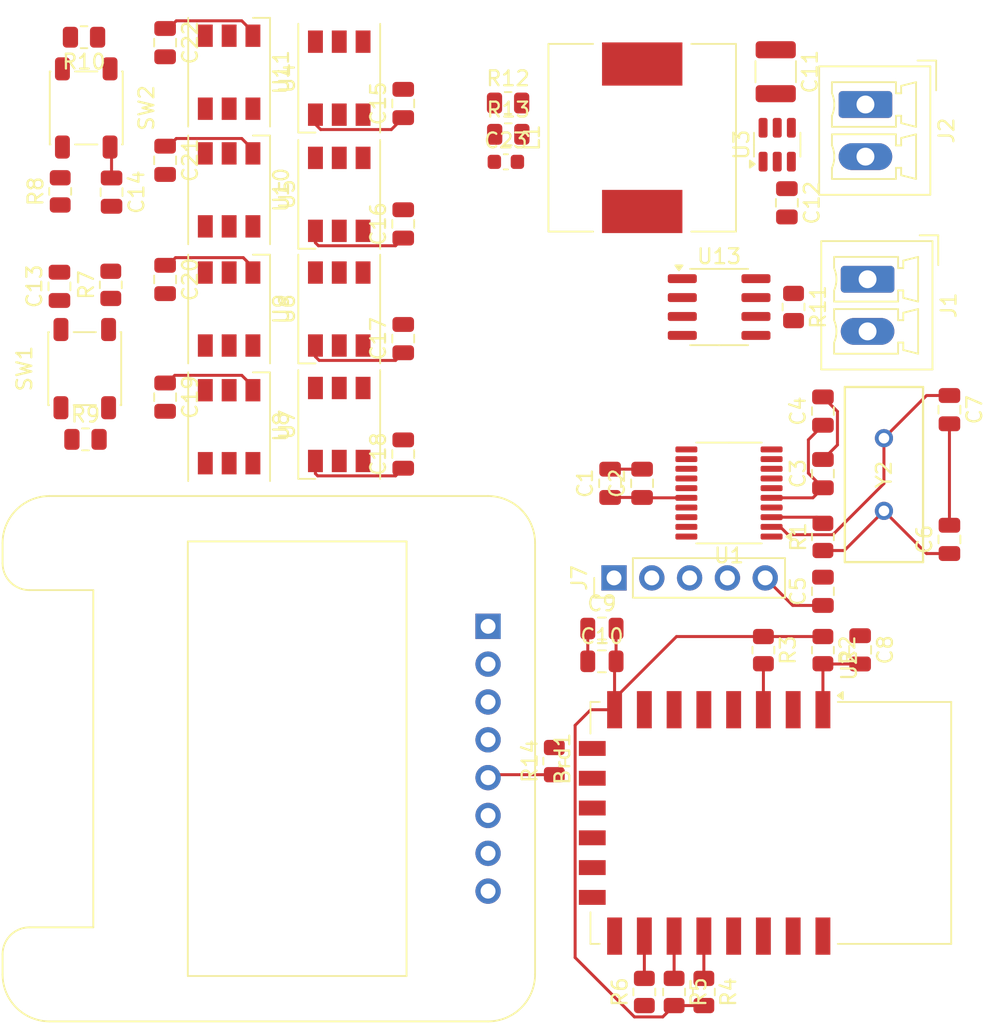
<source format=kicad_pcb>
(kicad_pcb (version 20240108) (generator "pcbnew") (generator_version "8.0")
  (layers (0 "F.Cu" signal) (31 "B.Cu" signal) (34 "B.Paste" user) (35 "F.Paste" user) (36 "B.SilkS" user "B.Silkscreen") (37 "F.SilkS" user "F.Silkscreen") (38 "B.Mask" user) (39 "F.Mask" user) (44 "Edge.Cuts" user))
  (net 0 "")
  (net 1 "VDD")
  (net 2 "/GPIO_OLED")
  (net 3 "Net-(Brd1-RES)")
  (net 4 "/SPI1_MOSI")
  (net 5 "/SPI1_NSS")
  (net 6 "/SPI1_SCK")
  (net 7 "-12V")
  (net 8 "VDDA")
  (net 9 "/NRST")
  (net 10 "Net-(C6-Pad1)")
  (net 11 "Net-(U1-PF0)")
  (net 12 "Net-(U2-~{RST})")
  (net 13 "+12V")
  (net 14 "Net-(U3-SW)")
  (net 15 "Net-(U3-BOOT)")
  (net 16 "/GPIO_Button2")
  (net 17 "/GPIO_Button1")
  (net 18 "Net-(U4-NC)")
  (net 19 "Net-(U5-NC)")
  (net 20 "Net-(U6-NC)")
  (net 21 "Net-(U7-NC)")
  (net 22 "Net-(U8-NC)")
  (net 23 "Net-(U9-NC)")
  (net 24 "Net-(U10-NC)")
  (net 25 "Net-(U11-NC)")
  (net 26 "/CAN_L")
  (net 27 "/CAN_H")
  (net 28 "/GPIO_LED_RELAY1")
  (net 29 "/SWCLK")
  (net 30 "/SWDIO")
  (net 31 "Net-(U1-PF1)")
  (net 32 "Net-(U2-EN)")
  (net 33 "Net-(U2-GPIO0)")
  (net 34 "Net-(U2-GPIO2)")
  (net 35 "Net-(U2-GPIO15)")
  (net 36 "Net-(R7-Pad1)")
  (net 37 "Net-(R10-Pad2)")
  (net 38 "Net-(U3-FB)")
  (net 39 "/USART2_RX")
  (net 40 "/USART2_TX")
  (net 41 "/USART1_RX")
  (net 43 "/USART1_TX")
  (net 59 "Net-(U4-DO)")
  (net 61 "Net-(U5-DO)")
  (net 62 "Net-(U6-DO)")
  (net 65 "Net-(U7-DO)")
  (net 67 "Net-(U8-DO)")
  (net 69 "Net-(U10-DI)")
  (net 70 "Net-(U10-DO)")
  (footprint "Capacitor_SMD:C_0805_2012Metric" (layer "F.Cu") (at 177.5 75.2548 -90)
    (property "Reference" "C7" (at 0 -1.68 90) (layer "F.SilkS"))
    (property "Value" "20pF")
    (pad "1" smd roundrect (at -0.95 0 270) (size 1 1.45) (layers "F.Cu" "F.Paste" "F.Mask") (net 11 "Net-(U1-PF0)"))
    (pad "2" smd roundrect (at 0.95 0 270) (size 1 1.45) (layers "F.Cu" "F.Paste" "F.Mask") (net 7 "-12V"))
  )
  (footprint "Resistor_SMD:R_0805_2012Metric" (layer "F.Cu") (at 169 91.4 -90)
    (property "Reference" "R2" (at 0 -1.65 90) (layer "F.SilkS"))
    (property "Value" "10k")
    (pad "1" smd roundrect (at -0.9125 0 270) (size 1.025 1.4) (layers "F.Cu" "F.Paste" "F.Mask") (roundrect_rratio 0.243902) (net 1 "VDD"))
    (pad "2" smd roundrect (at 0.9125 0 270) (size 1.025 1.4) (layers "F.Cu" "F.Paste" "F.Mask") (roundrect_rratio 0.243902) (net 12 "Net-(U2-~{RST})"))
  )
  (footprint "Capacitor_SMD:C_0805_2012Metric" (layer "F.Cu") (at 124.8 50.615 -90)
    (property "Reference" "C22" (at 0 -1.68 90) (layer "F.SilkS"))
    (property "Value" "1uF")
    (pad "1" smd roundrect (at -0.95 0 270) (size 1 1.45) (layers "F.Cu" "F.Paste" "F.Mask") (net 25 "Net-(U11-NC)"))
    (pad "2" smd roundrect (at 0.95 0 270) (size 1 1.45) (layers "F.Cu" "F.Paste" "F.Mask") (net 7 "-12V"))
  )
  (footprint "Capacitor_SMD:C_0805_2012Metric" (layer "F.Cu") (at 154.15 92.15)
    (property "Reference" "C10" (at 0 -1.68 0) (layer "F.SilkS"))
    (property "Value" "1uF")
    (pad "1" smd roundrect (at -0.95 0) (size 1 1.45) (layers "F.Cu" "F.Paste" "F.Mask") (net 7 "-12V"))
    (pad "2" smd roundrect (at 0.95 0) (size 1 1.45) (layers "F.Cu" "F.Paste" "F.Mask") (net 1 "VDD"))
  )
  (footprint "LED_SMD:LED_WS2812_PLCC6_5.0x5.0mm_P1.6mm" (layer "F.Cu") (at 129.1 52.6 -90)
    (property "Reference" "U11" (at 0 -3.5 90) (layer "F.SilkS"))
    (property "Value" "WS2815")
    (pad "1" smd rect (at -2.45 -1.6 270) (size 1.5 1) (layers "F.Cu" "F.Paste" "F.Mask") (net 25 "Net-(U11-NC)"))
    (pad "2" smd rect (at -2.45 0 270) (size 1.5 1) (layers "F.Cu" "F.Paste" "F.Mask") (net 13 "+12V"))
    (pad "3" smd rect (at -2.45 1.6 270) (size 1.5 1) (layers "F.Cu" "F.Paste" "F.Mask"))
    (pad "4" smd rect (at 2.45 1.6 270) (size 1.5 1) (layers "F.Cu" "F.Paste" "F.Mask") (net 70 "Net-(U10-DO)"))
    (pad "5" smd rect (at 2.45 0 270) (size 1.5 1) (layers "F.Cu" "F.Paste" "F.Mask") (net 7 "-12V"))
    (pad "6" smd rect (at 2.45 -1.6 270) (size 1.5 1) (layers "F.Cu" "F.Paste" "F.Mask"))
  )
  (footprint "Connector_Phoenix_MC:PhoenixContact_MCV_1,5_2-G-3.5_1x02_P3.50mm_Vertical" (layer "F.Cu") (at 172 66.5 -90)
    (property "Reference" "J1" (at 1.75 -5.45 90) (layer "F.SilkS"))
    (property "Value" "CAN")
    (pad "1" thru_hole roundrect (at 0 0 270) (size 1.8 3.6) (drill 1.2) (layers "*.Cu" "*.Mask") (roundrect_rratio 0.138889) (net 26 "/CAN_L"))
    (pad "2" thru_hole oval (at 3.5 0 270) (size 1.8 3.6) (drill 1.2) (layers "*.Cu" "*.Mask") (net 27 "/CAN_H"))
  )
  (footprint "Resistor_SMD:R_0805_2012Metric" (layer "F.Cu") (at 121.15 66.875 90)
    (property "Reference" "R7" (at 0 -1.65 90) (layer "F.SilkS"))
    (property "Value" "1K")
    (pad "1" smd roundrect (at -0.9125 0 90) (size 1.025 1.4) (layers "F.Cu" "F.Paste" "F.Mask") (roundrect_rratio 0.243902) (net 36 "Net-(R7-Pad1)"))
    (pad "2" smd roundrect (at 0.9125 0 90) (size 1.025 1.4) (layers "F.Cu" "F.Paste" "F.Mask") (roundrect_rratio 0.243902) (net 16 "/GPIO_Button2"))
  )
  (footprint "Resistor_SMD:R_0805_2012Metric" (layer "F.Cu") (at 157 114.35 90)
    (property "Reference" "R6" (at 0 -1.65 90) (layer "F.SilkS"))
    (property "Value" "10k")
    (pad "1" smd roundrect (at -0.9125 0 90) (size 1.025 1.4) (layers "F.Cu" "F.Paste" "F.Mask") (roundrect_rratio 0.243902) (net 7 "-12V"))
    (pad "2" smd roundrect (at 0.9125 0 90) (size 1.025 1.4) (layers "F.Cu" "F.Paste" "F.Mask") (roundrect_rratio 0.243902) (net 35 "Net-(U2-GPIO15)"))
  )
  (footprint "Button_Switch_SMD:SW_SPST_PTS647_Sx38" (layer "F.Cu") (at 119.5 55 -90)
    (property "Reference" "SW2" (at 0 -4.05 90) (layer "F.SilkS"))
    (property "Value" "Button1")
    (pad "1" smd roundrect (at -2.625 -1.6 270) (size 1.55 1) (layers "F.Cu" "F.Paste" "F.Mask") (net 1 "VDD"))
    (pad "1" smd roundrect (at 2.625 -1.6 270) (size 1.55 1) (layers "F.Cu" "F.Paste" "F.Mask") (net 1 "VDD"))
    (pad "2" smd roundrect (at -2.625 1.6 270) (size 1.55 1) (layers "F.Cu" "F.Paste" "F.Mask") (net 37 "Net-(R10-Pad2)"))
    (pad "2" smd roundrect (at 2.625 1.6 270) (size 1.55 1) (layers "F.Cu" "F.Paste" "F.Mask") (net 37 "Net-(R10-Pad2)"))
  )
  (footprint "Resistor_SMD:R_0805_2012Metric" (layer "F.Cu") (at 167.025 68.365 -90)
    (property "Reference" "R11" (at 0 -1.65 90) (layer "F.SilkS"))
    (property "Value" "120")
    (pad "1" smd roundrect (at -0.9125 0 270) (size 1.025 1.4) (layers "F.Cu" "F.Paste" "F.Mask") (roundrect_rratio 0.243902) (net 27 "/CAN_H"))
    (pad "2" smd roundrect (at 0.9125 0 270) (size 1.025 1.4) (layers "F.Cu" "F.Paste" "F.Mask") (roundrect_rratio 0.243902) (net 26 "/CAN_L"))
  )
  (footprint "Capacitor_SMD:C_0805_2012Metric" (layer "F.Cu") (at 124.8 58.515 -90)
    (property "Reference" "C21" (at 0 -1.68 90) (layer "F.SilkS"))
    (property "Value" "1uF")
    (pad "1" smd roundrect (at -0.95 0 270) (size 1 1.45) (layers "F.Cu" "F.Paste" "F.Mask") (net 24 "Net-(U10-NC)"))
    (pad "2" smd roundrect (at 0.95 0 270) (size 1 1.45) (layers "F.Cu" "F.Paste" "F.Mask") (net 7 "-12V"))
  )
  (footprint "LED_SMD:LED_WS2812_PLCC6_5.0x5.0mm_P1.6mm" (layer "F.Cu") (at 136.5 68.5 90)
    (property "Reference" "U6" (at 0 -3.5 90) (layer "F.SilkS"))
    (property "Value" "WS2815")
    (pad "1" smd rect (at -2.45 -1.6 90) (size 1.5 1) (layers "F.Cu" "F.Paste" "F.Mask") (net 20 "Net-(U6-NC)"))
    (pad "2" smd rect (at -2.45 0 90) (size 1.5 1) (layers "F.Cu" "F.Paste" "F.Mask") (net 13 "+12V"))
    (pad "3" smd rect (at -2.45 1.6 90) (size 1.5 1) (layers "F.Cu" "F.Paste" "F.Mask") (net 62 "Net-(U6-DO)"))
    (pad "4" smd rect (at 2.45 1.6 90) (size 1.5 1) (layers "F.Cu" "F.Paste" "F.Mask") (net 61 "Net-(U5-DO)"))
    (pad "5" smd rect (at 2.45 0 90) (size 1.5 1) (layers "F.Cu" "F.Paste" "F.Mask") (net 7 "-12V"))
    (pad "6" smd rect (at 2.45 -1.6 90) (size 1.5 1) (layers "F.Cu" "F.Paste" "F.Mask"))
  )
  (footprint "Package_SO:TSSOP-20_4.4x6.5mm_P0.65mm" (layer "F.Cu") (at 162.6875 80.85 180)
    (property "Reference" "U1" (at 0 -4.2 0) (layer "F.SilkS"))
    (property "Value" "STM32F042F4Px")
    (pad "1" smd roundrect (at -2.8625 -2.925 180) (size 1.475 0.4) (layers "F.Cu" "F.Paste" "F.Mask") (net 28 "/GPIO_LED_RELAY1"))
    (pad "2" smd roundrect (at -2.8625 -2.275 180) (size 1.475 0.4) (layers "F.Cu" "F.Paste" "F.Mask") (net 11 "Net-(U1-PF0)"))
    (pad "3" smd roundrect (at -2.8625 -1.625 180) (size 1.475 0.4) (layers "F.Cu" "F.Paste" "F.Mask") (net 31 "Net-(U1-PF1)"))
    (pad "4" smd roundrect (at -2.8625 -0.975 180) (size 1.475 0.4) (layers "F.Cu" "F.Paste" "F.Mask") (net 9 "/NRST"))
    (pad "5" smd roundrect (at -2.8625 -0.325 180) (size 1.475 0.4) (layers "F.Cu" "F.Paste" "F.Mask") (net 8 "VDDA"))
    (pad "6" smd roundrect (at -2.8625 0.325 180) (size 1.475 0.4) (layers "F.Cu" "F.Paste" "F.Mask"))
    (pad "7" smd roundrect (at -2.8625 0.975 180) (size 1.475 0.4) (layers "F.Cu" "F.Paste" "F.Mask") (net 17 "/GPIO_Button1"))
    (pad "8" smd roundrect (at -2.8625 1.625 180) (size 1.475 0.4) (layers "F.Cu" "F.Paste" "F.Mask") (net 40 "/USART2_TX"))
    (pad "9" smd roundrect (at -2.8625 2.275 180) (size 1.475 0.4) (layers "F.Cu" "F.Paste" "F.Mask") (net 39 "/USART2_RX"))
    (pad "10" smd roundrect (at -2.8625 2.925 180) (size 1.475 0.4) (layers "F.Cu" "F.Paste" "F.Mask") (net 5 "/SPI1_NSS"))
    (pad "11" smd roundrect (at 2.8625 2.925 180) (size 1.475 0.4) (layers "F.Cu" "F.Paste" "F.Mask") (net 6 "/SPI1_SCK"))
    (pad "12" smd roundrect (at 2.8625 2.275 180) (size 1.475 0.4) (layers "F.Cu" "F.Paste" "F.Mask") (net 2 "/GPIO_OLED"))
    (pad "13" smd roundrect (at 2.8625 1.625 180) (size 1.475 0.4) (layers "F.Cu" "F.Paste" "F.Mask") (net 4 "/SPI1_MOSI"))
    (pad "14" smd roundrect (at 2.8625 0.975 180) (size 1.475 0.4) (layers "F.Cu" "F.Paste" "F.Mask") (net 16 "/GPIO_Button2"))
    (pad "15" smd roundrect (at 2.8625 0.325 180) (size 1.475 0.4) (layers "F.Cu" "F.Paste" "F.Mask") (net 7 "-12V"))
    (pad "16" smd roundrect (at 2.8625 -0.325 180) (size 1.475 0.4) (layers "F.Cu" "F.Paste" "F.Mask") (net 1 "VDD"))
    (pad "17" smd roundrect (at 2.8625 -0.975 180) (size 1.475 0.4) (layers "F.Cu" "F.Paste" "F.Mask") (net 43 "/USART1_TX"))
    (pad "18" smd roundrect (at 2.8625 -1.625 180) (size 1.475 0.4) (layers "F.Cu" "F.Paste" "F.Mask") (net 41 "/USART1_RX"))
    (pad "19" smd roundrect (at 2.8625 -2.275 180) (size 1.475 0.4) (layers "F.Cu" "F.Paste" "F.Mask") (net 30 "/SWDIO"))
    (pad "20" smd roundrect (at 2.8625 -2.925 180) (size 1.475 0.4) (layers "F.Cu" "F.Paste" "F.Mask") (net 29 "/SWCLK"))
  )
  (footprint "Capacitor_SMD:C_0805_2012Metric" (layer "F.Cu") (at 140.8 78.235 90)
    (property "Reference" "C18" (at 0 -1.68 90) (layer "F.SilkS"))
    (property "Value" "1uF")
    (pad "1" smd roundrect (at -0.95 0 90) (size 1 1.45) (layers "F.Cu" "F.Paste" "F.Mask") (net 21 "Net-(U7-NC)"))
    (pad "2" smd roundrect (at 0.95 0 90) (size 1 1.45) (layers "F.Cu" "F.Paste" "F.Mask") (net 7 "-12V"))
  )
  (footprint "Capacitor_SMD:C_0805_2012Metric" (layer "F.Cu") (at 154.15 89.95)
    (property "Reference" "C9" (at 0 -1.68 0) (layer "F.SilkS"))
    (property "Value" "4.7uF")
    (pad "1" smd roundrect (at -0.95 0) (size 1 1.45) (layers "F.Cu" "F.Paste" "F.Mask") (net 7 "-12V"))
    (pad "2" smd roundrect (at 0.95 0) (size 1 1.45) (layers "F.Cu" "F.Paste" "F.Mask") (net 1 "VDD"))
  )
  (footprint "Capacitor_SMD:C_0805_2012Metric" (layer "F.Cu") (at 117.7 66.975 90)
    (property "Reference" "C13" (at 0 -1.68 90) (layer "F.SilkS"))
    (property "Value" "10nF")
    (pad "1" smd roundrect (at -0.95 0 90) (size 1 1.45) (layers "F.Cu" "F.Paste" "F.Mask") (net 1 "VDD"))
    (pad "2" smd roundrect (at 0.95 0 90) (size 1 1.45) (layers "F.Cu" "F.Paste" "F.Mask") (net 16 "/GPIO_Button2"))
  )
  (footprint "Resistor_SMD:R_0805_2012Metric" (layer "F.Cu") (at 119.45 77.25)
    (property "Reference" "R9" (at 0 -1.65 0) (layer "F.SilkS"))
    (property "Value" "10k")
    (pad "1" smd roundrect (at -0.9125 0) (size 1.025 1.4) (layers "F.Cu" "F.Paste" "F.Mask") (roundrect_rratio 0.243902) (net 7 "-12V"))
    (pad "2" smd roundrect (at 0.9125 0) (size 1.025 1.4) (layers "F.Cu" "F.Paste" "F.Mask") (roundrect_rratio 0.243902) (net 36 "Net-(R7-Pad1)"))
  )
  (footprint "Connector_Phoenix_MC:PhoenixContact_MCV_1,5_2-G-3.5_1x02_P3.50mm_Vertical" (layer "F.Cu") (at 171.8575 54.7675 -90)
    (property "Reference" "J2" (at 1.75 -5.45 90) (layer "F.SilkS"))
    (property "Value" "VIN")
    (pad "1" thru_hole roundrect (at 0 0 270) (size 1.8 3.6) (drill 1.2) (layers "*.Cu" "*.Mask") (roundrect_rratio 0.138889) (net 7 "-12V"))
    (pad "2" thru_hole oval (at 3.5 0 270) (size 1.8 3.6) (drill 1.2) (layers "*.Cu" "*.Mask") (net 13 "+12V"))
  )
  (footprint "Inductor_SMD:L_12x12mm_H8mm" (layer "F.Cu") (at 156.8575 57 90)
    (property "Reference" "L1" (at 0 -7.4 90) (layer "F.SilkS"))
    (property "Value" "22uH")
    (pad "1" smd rect (at -4.95 0 90) (size 2.9 5.4) (layers "F.Cu" "F.Paste" "F.Mask") (net 14 "Net-(U3-SW)"))
    (pad "2" smd rect (at 4.95 0 90) (size 2.9 5.4) (layers "F.Cu" "F.Paste" "F.Mask") (net 1 "VDD"))
  )
  (footprint "Capacitor_SMD:C_0805_2012Metric" (layer "F.Cu") (at 124.8 74.415 -90)
    (property "Reference" "C19" (at 0 -1.68 90) (layer "F.SilkS"))
    (property "Value" "1uF")
    (pad "1" smd roundrect (at -0.95 0 270) (size 1 1.45) (layers "F.Cu" "F.Paste" "F.Mask") (net 22 "Net-(U8-NC)"))
    (pad "2" smd roundrect (at 0.95 0 270) (size 1 1.45) (layers "F.Cu" "F.Paste" "F.Mask") (net 7 "-12V"))
  )
  (footprint "Resistor_SMD:R_0805_2012Metric" (layer "F.Cu") (at 161 114.35 -90)
    (property "Reference" "R4" (at 0 -1.65 90) (layer "F.SilkS"))
    (property "Value" "10k")
    (pad "1" smd roundrect (at -0.9125 0 270) (size 1.025 1.4) (layers "F.Cu" "F.Paste" "F.Mask") (roundrect_rratio 0.243902) (net 33 "Net-(U2-GPIO0)"))
    (pad "2" smd roundrect (at 0.9125 0 270) (size 1.025 1.4) (layers "F.Cu" "F.Paste" "F.Mask") (roundrect_rratio 0.243902) (net 1 "VDD"))
  )
  (footprint "Resistor_SMD:R_0805_2012Metric" (layer "F.Cu") (at 159 114.35 -90)
    (property "Reference" "R5" (at 0 -1.65 90) (layer "F.SilkS"))
    (property "Value" "10k")
    (pad "1" smd roundrect (at -0.9125 0 270) (size 1.025 1.4) (layers "F.Cu" "F.Paste" "F.Mask") (roundrect_rratio 0.243902) (net 34 "Net-(U2-GPIO2)"))
    (pad "2" smd roundrect (at 0.9125 0 270) (size 1.025 1.4) (layers "F.Cu" "F.Paste" "F.Mask") (roundrect_rratio 0.243902) (net 1 "VDD"))
  )
  (footprint "Resistor_SMD:R_0805_2012Metric" (layer "F.Cu") (at 150.95 98.85 90)
    (property "Reference" "R14" (at 0 -1.65 90) (layer "F.SilkS"))
    (property "Value" "10k")
    (pad "1" smd roundrect (at -0.9125 0 90) (size 1.025 1.4) (layers "F.Cu" "F.Paste" "F.Mask") (roundrect_rratio 0.243902) (net 3 "Net-(Brd1-RES)"))
    (pad "2" smd roundrect (at 0.9125 0 90) (size 1.025 1.4) (layers "F.Cu" "F.Paste" "F.Mask") (roundrect_rratio 0.243902) (net 1 "VDD"))
  )
  (footprint "Capacitor_SMD:C_0805_2012Metric" (layer "F.Cu") (at 166.5775 61.3675 -90)
    (property "Reference" "C12" (at 0 -1.68 90) (layer "F.SilkS"))
    (property "Value" "100nF")
    (pad "1" smd roundrect (at -0.95 0 270) (size 1 1.45) (layers "F.Cu" "F.Paste" "F.Mask") (net 15 "Net-(U3-BOOT)"))
    (pad "2" smd roundrect (at 0.95 0 270) (size 1 1.45) (layers "F.Cu" "F.Paste" "F.Mask") (net 14 "Net-(U3-SW)"))
  )
  (footprint "footprint_oscylator:ABL-8.000MHZ-B2_ABR" (layer "F.Cu") (at 173.1 82.05 90)
    (property "Reference" "Y2" (at 2.44 0 90) (layer "F.SilkS"))
    (property "Value" "ABL-8MHZ-B2")
    (pad "1" thru_hole circle (at 0 0 90) (size 1.2192 1.2192) (drill 0.7112) (layers "*.Cu" "*.Mask") (net 10 "Net-(C6-Pad1)"))
    (pad "2" thru_hole circle (at 4.880001 0 90) (size 1.2192 1.2192) (drill 0.7112) (layers "*.Cu" "*.Mask") (net 11 "Net-(U1-PF0)"))
  )
  (footprint "Capacitor_SMD:C_0805_2012Metric" (layer "F.Cu") (at 156.85 80.2 90)
    (property "Reference" "C2" (at 0 -1.68 90) (layer "F.SilkS"))
    (property "Value" "100nF")
    (pad "1" smd roundrect (at -0.95 0 90) (size 1 1.45) (layers "F.Cu" "F.Paste" "F.Mask") (net 1 "VDD"))
    (pad "2" smd roundrect (at 0.95 0 90) (size 1 1.45) (layers "F.Cu" "F.Paste" "F.Mask") (net 7 "-12V"))
  )
  (footprint "Capacitor_SMD:C_0805_2012Metric" (layer "F.Cu") (at 154.7 80.2 90)
    (property "Reference" "C1" (at 0 -1.68 90) (layer "F.SilkS"))
    (property "Value" "4.7uF")
    (pad "1" smd roundrect (at -0.95 0 90) (size 1 1.45) (layers "F.Cu" "F.Paste" "F.Mask") (net 1 "VDD"))
    (pad "2" smd roundrect (at 0.95 0 90) (size 1 1.45) (layers "F.Cu" "F.Paste" "F.Mask") (net 7 "-12V"))
  )
  (footprint "Display:Adafruit_SSD1306" (layer "F.Cu") (at 146.5 89.8 -90)
    (property "Reference" "Brd1" (at 8.89 -5 90) (layer "F.SilkS"))
    (property "Value" "SSD1306")
    (pad "" np_thru_hole circle (at -5.588 0 270) (size 2.7 2.7) (drill 2.7) (layers "*.Cu" "*.Mask"))
    (pad "" np_thru_hole circle (at -5.588 29.464 270) (size 2.7 2.7) (drill 2.7) (layers "*.Cu" "*.Mask"))
    (pad "" np_thru_hole circle (at 23.368 0 270) (size 2.7 2.7) (drill 2.7) (layers "*.Cu" "*.Mask"))
    (pad "" np_thru_hole circle (at 23.368 29.464 270) (size 2.7 2.7) (drill 2.7) (layers "*.Cu" "*.Mask"))
    (pad "1" thru_hole rect (at 0 0 270) (size 1.7 1.7) (drill 1) (layers "*.Cu" "*.Mask") (net 7 "-12V"))
    (pad "2" thru_hole circle (at 2.54 0 270) (size 1.7 1.7) (drill 1) (layers "*.Cu" "*.Mask") (net 1 "VDD"))
    (pad "3" thru_hole circle (at 5.08 0 270) (size 1.7 1.7) (drill 1) (layers "*.Cu" "*.Mask") (net 6 "/SPI1_SCK"))
    (pad "4" thru_hole circle (at 7.62 0 270) (size 1.7 1.7) (drill 1) (layers "*.Cu" "*.Mask") (net 4 "/SPI1_MOSI"))
    (pad "5" thru_hole circle (at 10.16 0 270) (size 1.7 1.7) (drill 1) (layers "*.Cu" "*.Mask") (net 3 "Net-(Brd1-RES)"))
    (pad "6" thru_hole circle (at 12.7 0 270) (size 1.7 1.7) (drill 1) (layers "*.Cu" "*.Mask") (net 2 "/GPIO_OLED"))
    (pad "7" thru_hole circle (at 15.24 0 270) (size 1.7 1.7) (drill 1) (layers "*.Cu" "*.Mask") (net 5 "/SPI1_NSS"))
    (pad "8" thru_hole circle (at 17.78 0 270) (size 1.7 1.7) (drill 1) (layers "*.Cu" "*.Mask"))
  )
  (footprint "Capacitor_SMD:C_1210_3225Metric" (layer "F.Cu") (at 165.8275 52.5675 -90)
    (property "Reference" "C11" (at 0 -2.3 90) (layer "F.SilkS"))
    (property "Value" "10uF")
    (pad "1" smd roundrect (at -1.475 0 270) (size 1.15 2.7) (layers "F.Cu" "F.Paste" "F.Mask") (roundrect_rratio 0.217391) (net 13 "+12V"))
    (pad "2" smd roundrect (at 1.475 0 270) (size 1.15 2.7) (layers "F.Cu" "F.Paste" "F.Mask") (roundrect_rratio 0.217391) (net 7 "-12V"))
  )
  (footprint "RF_Module:ESP-12E" (layer "F.Cu") (at 165.5 103 -90)
    (property "Reference" "U2" (at -10.56 -5.26 90) (layer "F.SilkS"))
    (property "Value" "ESP-12E")
    (pad "1" smd rect (at -7.6 -3.5 270) (size 2.5 1) (layers "F.Cu" "F.Paste" "F.Mask") (net 12 "Net-(U2-~{RST})"))
    (pad "2" smd rect (at -7.6 -1.5 270) (size 2.5 1) (layers "F.Cu" "F.Paste" "F.Mask"))
    (pad "3" smd rect (at -7.6 0.5 270) (size 2.5 1) (layers "F.Cu" "F.Paste" "F.Mask") (net 32 "Net-(U2-EN)"))
    (pad "4" smd rect (at -7.6 2.5 270) (size 2.5 1) (layers "F.Cu" "F.Paste" "F.Mask"))
    (pad "5" smd rect (at -7.6 4.5 270) (size 2.5 1) (layers "F.Cu" "F.Paste" "F.Mask"))
    (pad "6" smd rect (at -7.6 6.5 270) (size 2.5 1) (layers "F.Cu" "F.Paste" "F.Mask"))
    (pad "7" smd rect (at -7.6 8.5 270) (size 2.5 1) (layers "F.Cu" "F.Paste" "F.Mask"))
    (pad "8" smd rect (at -7.6 10.5 270) (size 2.5 1) (layers "F.Cu" "F.Paste" "F.Mask") (net 1 "VDD"))
    (pad "9" smd rect (at -5 12 270) (size 1 1.8) (layers "F.Cu" "F.Paste" "F.Mask"))
    (pad "10" smd rect (at -3 12 270) (size 1 1.8) (layers "F.Cu" "F.Paste" "F.Mask"))
    (pad "11" smd rect (at -1 12 270) (size 1 1.8) (layers "F.Cu" "F.Paste" "F.Mask"))
    (pad "12" smd rect (at 1 12 270) (size 1 1.8) (layers "F.Cu" "F.Paste" "F.Mask"))
    (pad "13" smd rect (at 3 12 270) (size 1 1.8) (layers "F.Cu" "F.Paste" "F.Mask"))
    (pad "14" smd rect (at 5 12 270) (size 1 1.8) (layers "F.Cu" "F.Paste" "F.Mask"))
    (pad "15" smd rect (at 7.6 10.5 270) (size 2.5 1) (layers "F.Cu" "F.Paste" "F.Mask") (net 7 "-12V"))
    (pad "16" smd rect (at 7.6 8.5 270) (size 2.5 1) (layers "F.Cu" "F.Paste" "F.Mask") (net 35 "Net-(U2-GPIO15)"))
    (pad "17" smd rect (at 7.6 6.5 270) (size 2.5 1) (layers "F.Cu" "F.Paste" "F.Mask") (net 34 "Net-(U2-GPIO2)"))
    (pad "18" smd rect (at 7.6 4.5 270) (size 2.5 1) (layers "F.Cu" "F.Paste" "F.Mask") (net 33 "Net-(U2-GPIO0)"))
    (pad "19" smd rect (at 7.6 2.5 270) (size 2.5 1) (layers "F.Cu" "F.Paste" "F.Mask"))
    (pad "20" smd rect (at 7.6 0.5 270) (size 2.5 1) (layers "F.Cu" "F.Paste" "F.Mask"))
    (pad "21" smd rect (at 7.6 -1.5 270) (size 2.5 1) (layers "F.Cu" "F.Paste" "F.Mask") (net 43 "/USART1_TX"))
    (pad "22" smd rect (at 7.6 -3.5 270) (size 2.5 1) (layers "F.Cu" "F.Paste" "F.Mask") (net 41 "/USART1_RX"))
  )
  (footprint "Capacitor_SMD:C_0805_2012Metric" (layer "F.Cu") (at 140.8 62.785 90)
    (property "Reference" "C16" (at 0 -1.68 90) (layer "F.SilkS"))
    (property "Value" "1uF")
    (pad "1" smd roundrect (at -0.95 0 90) (size 1 1.45) (layers "F.Cu" "F.Paste" "F.Mask") (net 19 "Net-(U5-NC)"))
    (pad "2" smd roundrect (at 0.95 0 90) (size 1 1.45) (layers "F.Cu" "F.Paste" "F.Mask") (net 7 "-12V"))
  )
  (footprint "LED_SMD:LED_WS2812_PLCC6_5.0x5.0mm_P1.6mm" (layer "F.Cu") (at 129.1 76.4 -90)
    (property "Reference" "U8" (at 0 -3.5 90) (layer "F.SilkS"))
    (property "Value" "WS2815")
    (pad "1" smd rect (at -2.45 -1.6 270) (size 1.5 1) (layers "F.Cu" "F.Paste" "F.Mask") (net 22 "Net-(U8-NC)"))
    (pad "2" smd rect (at -2.45 0 270) (size 1.5 1) (layers "F.Cu" "F.Paste" "F.Mask") (net 13 "+12V"))
    (pad "3" smd rect (at -2.45 1.6 270) (size 1.5 1) (layers "F.Cu" "F.Paste" "F.Mask") (net 67 "Net-(U8-DO)"))
    (pad "4" smd rect (at 2.45 1.6 270) (size 1.5 1) (layers "F.Cu" "F.Paste" "F.Mask") (net 65 "Net-(U7-DO)"))
    (pad "5" smd rect (at 2.45 0 270) (size 1.5 1) (layers "F.Cu" "F.Paste" "F.Mask") (net 7 "-12V"))
    (pad "6" smd rect (at 2.45 -1.6 270) (size 1.5 1) (layers "F.Cu" "F.Paste" "F.Mask"))
  )
  (footprint "Resistor_SMD:R_0805_2012Metric" (layer "F.Cu") (at 119.35 50.25 180)
    (property "Reference" "R10" (at 0 -1.65 360) (layer "F.SilkS"))
    (property "Value" "10k")
    (pad "1" smd roundrect (at -0.9125 0 180) (size 1.025 1.4) (layers "F.Cu" "F.Paste" "F.Mask") (roundrect_rratio 0.243902) (net 7 "-12V"))
    (pad "2" smd roundrect (at 0.9125 0 180) (size 1.025 1.4) (layers "F.Cu" "F.Paste" "F.Mask") (roundrect_rratio 0.243902) (net 37 "Net-(R10-Pad2)"))
  )
  (footprint "LED_SMD:LED_WS2812_PLCC6_5.0x5.0mm_P1.6mm" (layer "F.Cu") (at 136.5 60.8 90)
    (property "Reference" "U5" (at 0 -3.5 90) (layer "F.SilkS"))
    (property "Value" "WS2815")
    (pad "1" smd rect (at -2.45 -1.6 90) (size 1.5 1) (layers "F.Cu" "F.Paste" "F.Mask") (net 19 "Net-(U5-NC)"))
    (pad "2" smd rect (at -2.45 0 90) (size 1.5 1) (layers "F.Cu" "F.Paste" "F.Mask") (net 13 "+12V"))
    (pad "3" smd rect (at -2.45 1.6 90) (size 1.5 1) (layers "F.Cu" "F.Paste" "F.Mask") (net 61 "Net-(U5-DO)"))
    (pad "4" smd rect (at 2.45 1.6 90) (size 1.5 1) (layers "F.Cu" "F.Paste" "F.Mask") (net 59 "Net-(U4-DO)"))
    (pad "5" smd rect (at 2.45 0 90) (size 1.5 1) (layers "F.Cu" "F.Paste" "F.Mask") (net 7 "-12V"))
    (pad "6" smd rect (at 2.45 -1.6 90) (size 1.5 1) (layers "F.Cu" "F.Paste" "F.Mask"))
  )
  (footprint "Capacitor_SMD:C_0805_2012Metric" (layer "F.Cu") (at 140.8 70.485 90)
    (property "Reference" "C17" (at 0 -1.68 90) (layer "F.SilkS"))
    (property "Value" "1uF")
    (pad "1" smd roundrect (at -0.95 0 90) (size 1 1.45) (layers "F.Cu" "F.Paste" "F.Mask") (net 20 "Net-(U6-NC)"))
    (pad "2" smd roundrect (at 0.95 0 90) (size 1 1.45) (layers "F.Cu" "F.Paste" "F.Mask") (net 7 "-12V"))
  )
  (footprint "Capacitor_SMD:C_0805_2012Metric" (layer "F.Cu") (at 169 87.45 90)
    (property "Reference" "C5" (at 0 -1.68 90) (layer "F.SilkS"))
    (property "Value" "100nF")
    (pad "1" smd roundrect (at -0.95 0 90) (size 1 1.45) (layers "F.Cu" "F.Paste" "F.Mask") (net 9 "/NRST"))
    (pad "2" smd roundrect (at 0.95 0 90) (size 1 1.45) (layers "F.Cu" "F.Paste" "F.Mask") (net 7 "-12V"))
  )
  (footprint "Resistor_SMD:R_0805_2012Metric" (layer "F.Cu") (at 147.845 54.6675)
    (property "Reference" "R12" (at 0 -1.65 0) (layer "F.SilkS"))
    (property "Value" "100k")
    (pad "1" smd roundrect (at -0.9125 0) (size 1.025 1.4) (layers "F.Cu" "F.Paste" "F.Mask") (roundrect_rratio 0.243902) (net 1 "VDD"))
    (pad "2" smd roundrect (at 0.9125 0) (size 1.025 1.4) (layers "F.Cu" "F.Paste" "F.Mask") (roundrect_rratio 0.243902) (net 38 "Net-(U3-FB)"))
  )
  (footprint "Connector_PinHeader_2.54mm:PinHeader_1x05_P2.54mm_Vertical" (layer "F.Cu") (at 154.9625 86.55 90)
    (property "Reference" "J7" (at 0 -2.33 90) (layer "F.SilkS"))
    (property "Value" "STM")
    (pad "1" thru_hole rect (at 0 0 90) (size 1.7 1.7) (drill 1) (layers "*.Cu" "*.Mask") (net 1 "VDD"))
    (pad "2" thru_hole oval (at 0 2.54 90) (size 1.7 1.7) (drill 1) (layers "*.Cu" "*.Mask") (net 7 "-12V"))
    (pad "3" thru_hole oval (at 0 5.08 90) (size 1.7 1.7) (drill 1) (layers "*.Cu" "*.Mask") (net 29 "/SWCLK"))
    (pad "4" thru_hole oval (at 0 7.62 90) (size 1.7 1.7) (drill 1) (layers "*.Cu" "*.Mask") (net 30 "/SWDIO"))
    (pad "5" thru_hole oval (at 0 10.16 90) (size 1.7 1.7) (drill 1) (layers "*.Cu" "*.Mask") (net 9 "/NRST"))
  )
  (footprint "LED_SMD:LED_WS2812_PLCC6_5.0x5.0mm_P1.6mm" (layer "F.Cu") (at 136.5 76.25 90)
    (property "Reference" "U7" (at 0 -3.5 90) (layer "F.SilkS"))
    (property "Value" "WS2815")
    (pad "1" smd rect (at -2.45 -1.6 90) (size 1.5 1) (layers "F.Cu" "F.Paste" "F.Mask") (net 21 "Net-(U7-NC)"))
    (pad "2" smd rect (at -2.45 0 90) (size 1.5 1) (layers "F.Cu" "F.Paste" "F.Mask") (net 13 "+12V"))
    (pad "3" smd rect (at -2.45 1.6 90) (size 1.5 1) (layers "F.Cu" "F.Paste" "F.Mask") (net 65 "Net-(U7-DO)"))
    (pad "4" smd rect (at 2.45 1.6 90) (size 1.5 1) (layers "F.Cu" "F.Paste" "F.Mask") (net 62 "Net-(U6-DO)"))
    (pad "5" smd rect (at 2.45 0 90) (size 1.5 1) (layers "F.Cu" "F.Paste" "F.Mask") (net 7 "-12V"))
    (pad "6" smd rect (at 2.45 -1.6 90) (size 1.5 1) (layers "F.Cu" "F.Paste" "F.Mask"))
  )
  (footprint "Capacitor_SMD:C_0805_2012Metric" (layer "F.Cu") (at 171.5 91.38 -90)
    (property "Reference" "C8" (at 0 -1.68 90) (layer "F.SilkS"))
    (property "Value" "100nF")
    (pad "1" smd roundrect (at -0.95 0 270) (size 1 1.45) (layers "F.Cu" "F.Paste" "F.Mask") (net 7 "-12V"))
    (pad "2" smd roundrect (at 0.95 0 270) (size 1 1.45) (layers "F.Cu" "F.Paste" "F.Mask") (net 12 "Net-(U2-~{RST})"))
  )
  (footprint "Resistor_SMD:R_0805_2012Metric" (layer "F.Cu") (at 117.75 60.6 90)
    (property "Reference" "R8" (at 0 -1.65 90) (layer "F.SilkS"))
    (property "Value" "1K")
    (pad "1" smd roundrect (at -0.9125 0 90) (size 1.025 1.4) (layers "F.Cu" "F.Paste" "F.Mask") (roundrect_rratio 0.243902) (net 17 "/GPIO_Button1"))
    (pad "2" smd roundrect (at 0.9125 0 90) (size 1.025 1.4) (layers "F.Cu" "F.Paste" "F.Mask") (roundrect_rratio 0.243902) (net 37 "Net-(R10-Pad2)"))
  )
  (footprint "Capacitor_SMD:C_0805_2012Metric" (layer "F.Cu") (at 169 79.55 90)
    (property "Reference" "C3" (at 0 -1.68 90) (layer "F.SilkS"))
    (property "Value" "10nF")
    (pad "1" smd roundrect (at -0.95 0 90) (size 1 1.45) (layers "F.Cu" "F.Paste" "F.Mask") (net 8 "VDDA"))
    (pad "2" smd roundrect (at 0.95 0 90) (size 1 1.45) (layers "F.Cu" "F.Paste" "F.Mask") (net 7 "-12V"))
  )
  (footprint "Capacitor_SMD:C_0805_2012Metric" (layer "F.Cu") (at 169 75.35 90)
    (property "Reference" "C4" (at 0 -1.68 90) (layer "F.SilkS"))
    (property "Value" "1uF")
    (pad "1" smd roundrect (at -0.95 0 90) (size 1 1.45) (layers "F.Cu" "F.Paste" "F.Mask") (net 8 "VDDA"))
    (pad "2" smd roundrect (at 0.95 0 90) (size 1 1.45) (layers "F.Cu" "F.Paste" "F.Mask") (net 7 "-12V"))
  )
  (footprint "LED_SMD:LED_WS2812_PLCC6_5.0x5.0mm_P1.6mm" (layer "F.Cu") (at 136.5 53 90)
    (property "Reference" "U4" (at 0 -3.5 90) (layer "F.SilkS"))
    (property "Value" "WS2815")
    (pad "1" smd rect (at -2.45 -1.6 90) (size 1.5 1) (layers "F.Cu" "F.Paste" "F.Mask") (net 18 "Net-(U4-NC)"))
    (pad "2" smd rect (at -2.45 0 90) (size 1.5 1) (layers "F.Cu" "F.Paste" "F.Mask") (net 13 "+12V"))
    (pad "3" smd rect (at -2.45 1.6 90) (size 1.5 1) (layers "F.Cu" "F.Paste" "F.Mask") (net 59 "Net-(U4-DO)"))
    (pad "4" smd rect (at 2.45 1.6 90) (size 1.5 1) (layers "F.Cu" "F.Paste" "F.Mask") (net 28 "/GPIO_LED_RELAY1"))
    (pad "5" smd rect (at 2.45 0 90) (size 1.5 1) (layers "F.Cu" "F.Paste" "F.Mask") (net 7 "-12V"))
    (pad "6" smd rect (at 2.45 -1.6 90) (size 1.5 1) (layers "F.Cu" "F.Paste" "F.Mask"))
  )
  (footprint "Capacitor_SMD:C_0805_2012Metric" (layer "F.Cu") (at 177.5 83.9652 90)
    (property "Reference" "C6" (at 0 -1.68 90) (layer "F.SilkS"))
    (property "Value" "20pF")
    (pad "1" smd roundrect (at -0.95 0 90) (size 1 1.45) (layers "F.Cu" "F.Paste" "F.Mask") (net 10 "Net-(C6-Pad1)"))
    (pad "2" smd roundrect (at 0.95 0 90) (size 1 1.45) (layers "F.Cu" "F.Paste" "F.Mask") (net 7 "-12V"))
  )
  (footprint "Resistor_SMD:R_0805_2012Metric" (layer "F.Cu") (at 165 91.4 -90)
    (property "Reference" "R3" (at 0 -1.65 90) (layer "F.SilkS"))
    (property "Value" "10k")
    (pad "1" smd roundrect (at -0.9125 0 270) (size 1.025 1.4) (layers "F.Cu" "F.Paste" "F.Mask") (roundrect_rratio 0.243902) (net 1 "VDD"))
    (pad "2" smd roundrect (at 0.9125 0 270) (size 1.025 1.4) (layers "F.Cu" "F.Paste" "F.Mask") (roundrect_rratio 0.243902) (net 32 "Net-(U2-EN)"))
  )
  (footprint "LED_SMD:LED_WS2812_PLCC6_5.0x5.0mm_P1.6mm" (layer "F.Cu") (at 129.1 60.5 -90)
    (property "Reference" "U10" (at 0 -3.5 90) (layer "F.SilkS"))
    (property "Value" "WS2815")
    (pad "1" smd rect (at -2.45 -1.6 270) (size 1.5 1) (layers "F.Cu" "F.Paste" "F.Mask") (net 24 "Net-(U10-NC)"))
    (pad "2" smd rect (at -2.45 0 270) (size 1.5 1) (layers "F.Cu" "F.Paste" "F.Mask") (net 13 "+12V"))
    (pad "3" smd rect (at -2.45 1.6 270) (size 1.5 1) (layers "F.Cu" "F.Paste" "F.Mask") (net 70 "Net-(U10-DO)"))
    (pad "4" smd rect (at 2.45 1.6 270) (size 1.5 1) (layers "F.Cu" "F.Paste" "F.Mask") (net 69 "Net-(U10-DI)"))
    (pad "5" smd rect (at 2.45 0 270) (size 1.5 1) (layers "F.Cu" "F.Paste" "F.Mask") (net 7 "-12V"))
    (pad "6" smd rect (at 2.45 -1.6 270) (size 1.5 1) (layers "F.Cu" "F.Paste" "F.Mask"))
  )
  (footprint "Resistor_SMD:R_0805_2012Metric" (layer "F.Cu") (at 169 83.8 90)
    (property "Reference" "R1" (at 0 -1.65 90) (layer "F.SilkS"))
    (property "Value" "390")
    (pad "1" smd roundrect (at -0.9125 0 90) (size 1.025 1.4) (layers "F.Cu" "F.Paste" "F.Mask") (roundrect_rratio 0.243902) (net 10 "Net-(C6-Pad1)"))
    (pad "2" smd roundrect (at 0.9125 0 90) (size 1.025 1.4) (layers "F.Cu" "F.Paste" "F.Mask") (roundrect_rratio 0.243902) (net 31 "Net-(U1-PF1)"))
  )
  (footprint "LED_SMD:LED_WS2812_PLCC6_5.0x5.0mm_P1.6mm" (layer "F.Cu") (at 129.1 68.5 -90)
    (property "Reference" "U9" (at 0 -3.5 90) (layer "F.SilkS"))
    (property "Value" "WS2815")
    (pad "1" smd rect (at -2.45 -1.6 270) (size 1.5 1) (layers "F.Cu" "F.Paste" "F.Mask") (net 23 "Net-(U9-NC)"))
    (pad "2" smd rect (at -2.45 0 270) (size 1.5 1) (layers "F.Cu" "F.Paste" "F.Mask") (net 13 "+12V"))
    (pad "3" smd rect (at -2.45 1.6 270) (size 1.5 1) (layers "F.Cu" "F.Paste" "F.Mask") (net 69 "Net-(U10-DI)"))
    (pad "4" smd rect (at 2.45 1.6 270) (size 1.5 1) (layers "F.Cu" "F.Paste" "F.Mask") (net 67 "Net-(U8-DO)"))
    (pad "5" smd rect (at 2.45 0 270) (size 1.5 1) (layers "F.Cu" "F.Paste" "F.Mask") (net 7 "-12V"))
    (pad "6" smd rect (at 2.45 -1.6 270) (size 1.5 1) (layers "F.Cu" "F.Paste" "F.Mask"))
  )
  (footprint "Button_Switch_SMD:SW_SPST_PTS647_Sx38" (layer "F.Cu") (at 119.4 72.5 90)
    (property "Reference" "SW1" (at 0 -4.05 90) (layer "F.SilkS"))
    (property "Value" "Button2")
    (pad "1" smd roundrect (at -2.625 -1.6 90) (size 1.55 1) (layers "F.Cu" "F.Paste" "F.Mask") (net 36 "Net-(R7-Pad1)"))
    (pad "1" smd roundrect (at 2.625 -1.6 90) (size 1.55 1) (layers "F.Cu" "F.Paste" "F.Mask") (net 36 "Net-(R7-Pad1)"))
    (pad "2" smd roundrect (at -2.625 1.6 90) (size 1.55 1) (layers "F.Cu" "F.Paste" "F.Mask") (net 1 "VDD"))
    (pad "2" smd roundrect (at 2.625 1.6 90) (size 1.55 1) (layers "F.Cu" "F.Paste" "F.Mask") (net 1 "VDD"))
  )
  (footprint "Capacitor_SMD:C_0805_2012Metric" (layer "F.Cu") (at 140.8 54.7 90)
    (property "Reference" "C15" (at 0 -1.68 90) (layer "F.SilkS"))
    (property "Value" "1uF")
    (pad "1" smd roundrect (at -0.95 0 90) (size 1 1.45) (layers "F.Cu" "F.Paste" "F.Mask") (net 18 "Net-(U4-NC)"))
    (pad "2" smd roundrect (at 0.95 0 90) (size 1 1.45) (layers "F.Cu" "F.Paste" "F.Mask") (net 7 "-12V"))
  )
  (footprint "Package_SO:SOIC-8_3.9x4.9mm_P1.27mm" (layer "F.Cu") (at 162.025 68.365)
    (property "Reference" "U13" (at 0 -3.4 0) (layer "F.SilkS"))
    (property "Value" "SN65HVD230QDRG4Q1")
    (pad "1" smd roundrect (at -2.475 -1.905) (size 1.95 0.6) (layers "F.Cu" "F.Paste" "F.Mask") (net 39 "/USART2_RX"))
    (pad "2" smd roundrect (at -2.475 -0.635) (size 1.95 0.6) (layers "F.Cu" "F.Paste" "F.Mask") (net 7 "-12V"))
    (pad "3" smd roundrect (at -2.475 0.635) (size 1.95 0.6) (layers "F.Cu" "F.Paste" "F.Mask") (net 1 "VDD"))
    (pad "4" smd roundrect (at -2.475 1.905) (size 1.95 0.6) (layers "F.Cu" "F.Paste" "F.Mask") (net 40 "/USART2_TX"))
    (pad "5" smd roundrect (at 2.475 1.905) (size 1.95 0.6) (layers "F.Cu" "F.Paste" "F.Mask") (net 7 "-12V"))
    (pad "6" smd roundrect (at 2.475 0.635) (size 1.95 0.6) (layers "F.Cu" "F.Paste" "F.Mask") (net 26 "/CAN_L"))
    (pad "7" smd roundrect (at 2.475 -0.635) (size 1.95 0.6) (layers "F.Cu" "F.Paste" "F.Mask") (net 27 "/CAN_H"))
    (pad "8" smd roundrect (at 2.475 -1.905) (size 1.95 0.6) (layers "F.Cu" "F.Paste" "F.Mask") (net 7 "-12V"))
  )
  (footprint "Resistor_SMD:R_0805_2012Metric" (layer "F.Cu") (at 147.8575 56.7675)
    (property "Reference" "R13" (at 0 -1.65 0) (layer "F.SilkS"))
    (property "Value" "38k")
    (pad "1" smd roundrect (at -0.9125 0) (size 1.025 1.4) (layers "F.Cu" "F.Paste" "F.Mask") (roundrect_rratio 0.243902) (net 38 "Net-(U3-FB)"))
    (pad "2" smd roundrect (at 0.9125 0) (size 1.025 1.4) (layers "F.Cu" "F.Paste" "F.Mask") (roundrect_rratio 0.243902) (net 7 "-12V"))
  )
  (footprint "Capacitor_SMD:C_0603_1608Metric" (layer "F.Cu") (at 147.695 58.6175)
    (property "Reference" "C23" (at 0 -1.43 0) (layer "F.SilkS"))
    (property "Value" "47uF")
    (pad "1" smd roundrect (at -0.775 0) (size 0.9 0.95) (layers "F.Cu" "F.Paste" "F.Mask") (net 1 "VDD"))
    (pad "2" smd roundrect (at 0.775 0) (size 0.9 0.95) (layers "F.Cu" "F.Paste" "F.Mask") (net 7 "-12V"))
  )
  (footprint "Package_TO_SOT_SMD:SOT-23-6" (layer "F.Cu") (at 165.9275 57.4675 90)
    (property "Reference" "U3" (at 0 -2.4 90) (layer "F.SilkS"))
    (property "Value" "TPS54308")
    (pad "1" smd roundrect (at -1.1375 -0.95 90) (size 1.325 0.6) (layers "F.Cu" "F.Paste" "F.Mask") (net 7 "-12V"))
    (pad "2" smd roundrect (at -1.1375 0 90) (size 1.325 0.6) (layers "F.Cu" "F.Paste" "F.Mask") (net 14 "Net-(U3-SW)"))
    (pad "3" smd roundrect (at -1.1375 0.95 90) (size 1.325 0.6) (layers "F.Cu" "F.Paste" "F.Mask") (net 13 "+12V"))
    (pad "4" smd roundrect (at 1.1375 0.95 90) (size 1.325 0.6) (layers "F.Cu" "F.Paste" "F.Mask") (net 38 "Net-(U3-FB)"))
    (pad "5" smd roundrect (at 1.1375 0 90) (size 1.325 0.6) (layers "F.Cu" "F.Paste" "F.Mask"))
    (pad "6" smd roundrect (at 1.1375 -0.95 90) (size 1.325 0.6) (layers "F.Cu" "F.Paste" "F.Mask") (net 15 "Net-(U3-BOOT)"))
  )
  (footprint "Capacitor_SMD:C_0805_2012Metric" (layer "F.Cu") (at 124.8 66.515 -90)
    (property "Reference" "C20" (at 0 -1.68 90) (layer "F.SilkS"))
    (property "Value" "1uF")
    (pad "1" smd roundrect (at -0.95 0 270) (size 1 1.45) (layers "F.Cu" "F.Paste" "F.Mask") (net 23 "Net-(U9-NC)"))
    (pad "2" smd roundrect (at 0.95 0 270) (size 1 1.45) (layers "F.Cu" "F.Paste" "F.Mask") (net 7 "-12V"))
  )
  (footprint "Capacitor_SMD:C_0805_2012Metric" (layer "F.Cu") (at 121.2 60.65 -90)
    (property "Reference" "C14" (at 0 -1.68 90) (layer "F.SilkS"))
    (property "Value" "10nF")
    (pad "1" smd roundrect (at -0.95 0 270) (size 1 1.45) (layers "F.Cu" "F.Paste" "F.Mask") (net 1 "VDD"))
    (pad "2" smd roundrect (at 0.95 0 270) (size 1 1.45) (layers "F.Cu" "F.Paste" "F.Mask") (net 17 "/GPIO_Button1"))
  )
  (segment (start 165 90.4875) (end 169 90.4875) (width 0.2) (layer "F.Cu") (net 1))
  (segment (start 156.335966 116.025) (end 152.35 112.039034) (width 0.2) (layer "F.Cu") (net 1))
  (segment (start 155.1 92.15) (end 155.1 89.95) (width 0.2) (layer "F.Cu") (net 1))
  (segment (start 121.2 59.7) (end 121.2 57.725) (width 0.2) (layer "F.Cu") (net 1))
  (segment (start 153.4 95.4) (end 155 95.4) (width 0.2) (layer "F.Cu") (net 1))
  (segment (start 154.7 81.15) (end 156.85 81.15) (width 0.2) (layer "F.Cu") (net 1))
  (segment (start 152.35 96.45) (end 153.4 95.4) (width 0.2) (layer "F.Cu") (net 1))
  (segment (start 159.1625 90.4875) (end 165 90.4875) (width 0.2) (layer "F.Cu") (net 1))
  (segment (start 121.2 57.725) (end 121.1 57.625) (width 0.2) (layer "F.Cu") (net 1))
  (segment (start 155 94.65) (end 159.1625 90.4875) (width 0.2) (layer "F.Cu") (net 1))
  (segment (start 155.1 92.15) (end 155.1 92.25) (width 0.2) (layer "F.Cu") (net 1))
  (segment (start 158.2375 116.025) (end 156.335966 116.025) (width 0.2) (layer "F.Cu") (net 1))
  (segment (start 159 115.2625) (end 158.2375 116.025) (width 0.2) (layer "F.Cu") (net 1))
  (segment (start 152.35 112.039034) (end 152.35 96.45) (width 0.2) (layer "F.Cu") (net 1))
  (segment (start 155 92.35) (end 155 95.4) (width 0.2) (layer "F.Cu") (net 1))
  (segment (start 161 115.2625) (end 159 115.2625) (width 0.2) (layer "F.Cu") (net 1))
  (segment (start 156.95 81.15) (end 156.975 81.175) (width 0.2) (layer "F.Cu") (net 1))
  (segment (start 155.1 92.25) (end 155 92.35) (width 0.2) (layer "F.Cu") (net 1))
  (segment (start 156.975 81.175) (end 159.825 81.175) (width 0.2) (layer "F.Cu") (net 1))
  (segment (start 155 95.4) (end 155 94.65) (width 0.2) (layer "F.Cu") (net 1))
  (segment (start 156.85 81.15) (end 156.95 81.15) (width 0.2) (layer "F.Cu") (net 1))
  (segment (start 146.6975 99.7625) (end 146.5 99.96) (width 0.2) (layer "F.Cu") (net 3))
  (segment (start 150.95 99.7625) (end 146.6975 99.7625) (width 0.2) (layer "F.Cu") (net 3))
  (segment (start 177.5 76.2048) (end 177.5 83.0152) (width 0.2) (layer "F.Cu") (net 7))
  (segment (start 169.975 75.375) (end 169 74.4) (width 0.2) (layer "F.Cu") (net 7))
  (segment (start 156.85 79.25) (end 154.7 79.25) (width 0.2) (layer "F.Cu") (net 7))
  (segment (start 153.2 92.15) (end 153.2 89.95) (width 0.2) (layer "F.Cu") (net 7))
  (segment (start 169.975 77.625) (end 169.975 75.375) (width 0.2) (layer "F.Cu") (net 7))
  (segment (start 169 78.6) (end 169.975 77.625) (width 0.2) (layer "F.Cu") (net 7))
  (segment (start 168.025 79.525) (end 169 80.5) (width 0.2) (layer "F.Cu") (net 8))
  (segment (start 168.325 81.175) (end 165.55 81.175) (width 0.2) (layer "F.Cu") (net 8))
  (segment (start 168.025 77.275) (end 168.025 79.525) (width 0.2) (layer "F.Cu") (net 8))
  (segment (start 169 76.3) (end 168.025 77.275) (width 0.2) (layer "F.Cu") (net 8))
  (segment (start 169 80.5) (end 168.325 81.175) (width 0.2) (layer "F.Cu") (net 8))
  (segment (start 165.1225 86.55) (end 166.9725 88.4) (width 0.2) (layer "F.Cu") (net 9))
  (segment (start 166.2 81.825) (end 165.55 81.825) (width 0.2) (layer "F.Cu") (net 9))
  (segment (start 166.9725 88.4) (end 169 88.4) (width 0.2) (layer "F.Cu") (net 9))
  (segment (start 170.4375 84.7125) (end 173.1 82.05) (width 0.2) (layer "F.Cu") (net 10))
  (segment (start 169 84.7125) (end 170.4375 84.7125) (width 0.2) (layer "F.Cu") (net 10))
  (segment (start 175.9652 84.9152) (end 173.1 82.05) (width 0.2) (layer "F.Cu") (net 10))
  (segment (start 177.5 84.9152) (end 175.9652 84.9152) (width 0.2) (layer "F.Cu") (net 10))
  (segment (start 177.5 74.3048) (end 175.965199 74.3048) (width 0.2) (layer "F.Cu") (net 11))
  (segment (start 169.664034 83.65) (end 166.660246 83.65) (width 0.2) (layer "F.Cu") (net 11))
  (segment (start 175.965199 74.3048) (end 173.1 77.169999) (width 0.2) (layer "F.Cu") (net 11))
  (segment (start 173.1 77.169999) (end 173.1 80.214034) (width 0.2) (layer "F.Cu") (net 11))
  (segment (start 166.660246 83.65) (end 166.135246 83.125) (width 0.2) (layer "F.Cu") (net 11))
  (segment (start 166.135246 83.125) (end 165.55 83.125) (width 0.2) (layer "F.Cu") (net 11))
  (segment (start 173.1 80.214034) (end 169.664034 83.65) (width 0.2) (layer "F.Cu") (net 11))
  (segment (start 169.0175 92.33) (end 169 92.3125) (width 0.2) (layer "F.Cu") (net 12))
  (segment (start 169 92.3125) (end 169 95.4) (width 0.2) (layer "F.Cu") (net 12))
  (segment (start 171.5 92.33) (end 169.0175 92.33) (width 0.2) (layer "F.Cu") (net 12))
  (segment (start 140 56.45) (end 135.25 56.45) (width 0.2) (layer "F.Cu") (net 18))
  (segment (start 135.25 56.45) (end 134.9 56.1) (width 0.2) (layer "F.Cu") (net 18))
  (segment (start 140.8 55.65) (end 140 56.45) (width 0.2) (layer "F.Cu") (net 18))
  (segment (start 134.9 56.1) (end 134.9 55.45) (width 0.2) (layer "F.Cu") (net 18))
  (segment (start 140.285 64.25) (end 135.1 64.25) (width 0.2) (layer "F.Cu") (net 19))
  (segment (start 140.8 63.735) (end 140.285 64.25) (width 0.2) (layer "F.Cu") (net 19))
  (segment (start 134.9 64.05) (end 134.9 63.25) (width 0.2) (layer "F.Cu") (net 19))
  (segment (start 135.1 64.25) (end 134.9 64.05) (width 0.2) (layer "F.Cu") (net 19))
  (segment (start 140.285 71.95) (end 135.15 71.95) (width 0.2) (layer "F.Cu") (net 20))
  (segment (start 140.8 71.435) (end 140.285 71.95) (width 0.2) (layer "F.Cu") (net 20))
  (segment (start 134.9 71.7) (end 134.9 70.95) (width 0.2) (layer "F.Cu") (net 20))
  (segment (start 135.15 71.95) (end 134.9 71.7) (width 0.2) (layer "F.Cu") (net 20))
  (segment (start 135.05 79.7) (end 134.9 79.55) (width 0.2) (layer "F.Cu") (net 21))
  (segment (start 140.8 79.185) (end 140.285 79.7) (width 0.2) (layer "F.Cu") (net 21))
  (segment (start 140.285 79.7) (end 135.05 79.7) (width 0.2) (layer "F.Cu") (net 21))
  (segment (start 134.9 79.55) (end 134.9 78.7) (width 0.2) (layer "F.Cu") (net 21))
  (segment (start 130.7 73.7) (end 130.7 73.95) (width 0.2) (layer "F.Cu") (net 22))
  (segment (start 124.8 73.6) (end 125.45 72.95) (width 0.2) (layer "F.Cu") (net 22))
  (segment (start 129.95 72.95) (end 130.7 73.7) (width 0.2) (layer "F.Cu") (net 22))
  (segment (start 125.45 72.95) (end 129.95 72.95) (width 0.2) (layer "F.Cu") (net 22))
  (segment (start 125.5 65.05) (end 130.05 65.05) (width 0.2) (layer "F.Cu") (net 23))
  (segment (start 130.7 65.7) (end 130.7 66.05) (width 0.2) (layer "F.Cu") (net 23))
  (segment (start 124.8 65.75) (end 125.5 65.05) (width 0.2) (layer "F.Cu") (net 23))
  (segment (start 130.05 65.05) (end 130.7 65.7) (width 0.2) (layer "F.Cu") (net 23))
  (segment (start 130.7 57.8) (end 130.7 58.05) (width 0.2) (layer "F.Cu") (net 24))
  (segment (start 129.95 57.05) (end 130.7 57.8) (width 0.2) (layer "F.Cu") (net 24))
  (segment (start 125.55 57.05) (end 129.95 57.05) (width 0.2) (layer "F.Cu") (net 24))
  (segment (start 124.8 57.8) (end 125.55 57.05) (width 0.2) (layer "F.Cu") (net 24))
  (segment (start 130.7 49.9) (end 130.7 50.15) (width 0.2) (layer "F.Cu") (net 25))
  (segment (start 129.95 49.15) (end 130.7 49.9) (width 0.2) (layer "F.Cu") (net 25))
  (segment (start 125.55 49.15) (end 129.95 49.15) (width 0.2) (layer "F.Cu") (net 25))
  (segment (start 124.8 49.9) (end 125.55 49.15) (width 0.2) (layer "F.Cu") (net 25))
  (segment (start 169 82.8875) (end 168.5875 82.475) (width 0.2) (layer "F.Cu") (net 31))
  (segment (start 168.5875 82.475) (end 165.55 82.475) (width 0.2) (layer "F.Cu") (net 31))
  (segment (start 165 92.3125) (end 165 95.4) (width 0.2) (layer "F.Cu") (net 32))
  (segment (start 161 113.4375) (end 161 110.6) (width 0.2) (layer "F.Cu") (net 33))
  (segment (start 159 113.4375) (end 159 110.6) (width 0.2) (layer "F.Cu") (net 34))
  (segment (start 157 113.4375) (end 157 110.6) (width 0.2) (layer "F.Cu") (net 35))
)
</source>
